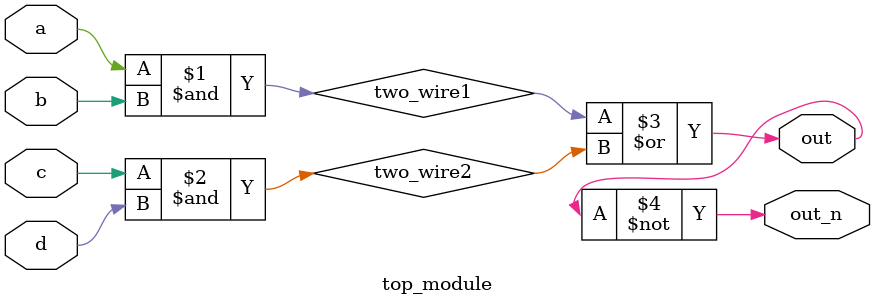
<source format=v>
`default_nettype none
module top_module(
    input a,
    input b,
    input c,
    input d,
    output out,
    output out_n   ); 
    
    wire two_wire1;
    wire two_wire2;
    
    
    assign two_wire1 = a & b;
    assign two_wire2 = c & d;
    
    assign out = two_wire1 | two_wire2;
    
    assign out_n = ~out;

endmodule

</source>
